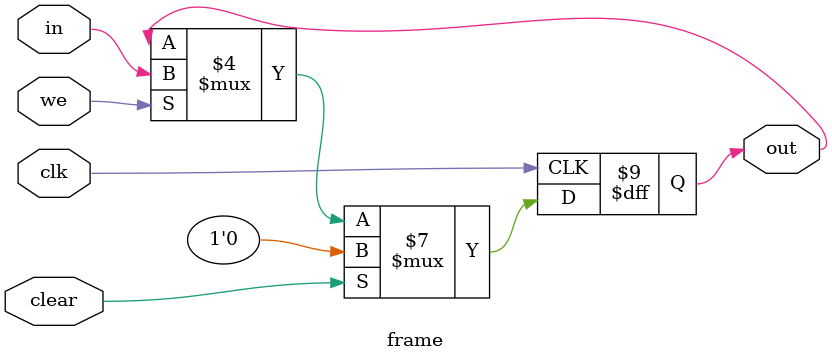
<source format=v>
`ifndef _frame
`define _frame

module frame(
	input clk,
	input clear,
	input we,
	input wire [N-1:0] in,
	output reg [N-1:0] out = {N{1'b0}});

parameter N = 1;

always @(posedge clk) begin
	if (clear)
		out <= {N{1'b0}};
	else if (we)
		out <= in;
	else
		out <= out;
end

endmodule

`endif

</source>
